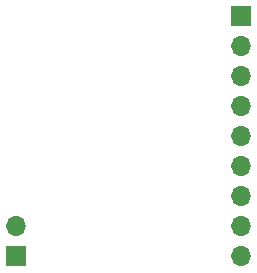
<source format=gbr>
%TF.GenerationSoftware,KiCad,Pcbnew,8.0.7*%
%TF.CreationDate,2025-01-21T12:25:00-05:00*%
%TF.ProjectId,TinyAFireController,54696e79-4146-4697-9265-436f6e74726f,rev?*%
%TF.SameCoordinates,Original*%
%TF.FileFunction,Soldermask,Bot*%
%TF.FilePolarity,Negative*%
%FSLAX46Y46*%
G04 Gerber Fmt 4.6, Leading zero omitted, Abs format (unit mm)*
G04 Created by KiCad (PCBNEW 8.0.7) date 2025-01-21 12:25:00*
%MOMM*%
%LPD*%
G01*
G04 APERTURE LIST*
%ADD10R,1.700000X1.700000*%
%ADD11O,1.700000X1.700000*%
G04 APERTURE END LIST*
D10*
%TO.C,J1*%
X137420000Y-113850000D03*
D11*
X137420000Y-111310000D03*
%TD*%
D10*
%TO.C,J2*%
X156470000Y-93520000D03*
D11*
X156470000Y-96060000D03*
X156470000Y-98600000D03*
X156470000Y-101140000D03*
X156470000Y-103680000D03*
X156470000Y-106220000D03*
X156470000Y-108760000D03*
X156470000Y-111300000D03*
X156470000Y-113840000D03*
%TD*%
M02*

</source>
